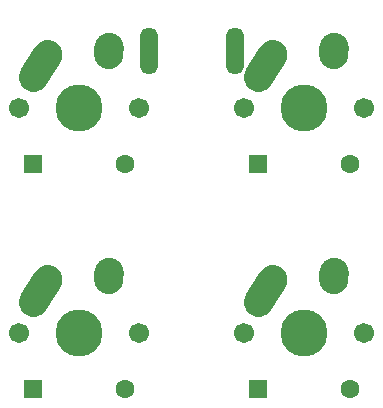
<source format=gts>
%TF.GenerationSoftware,KiCad,Pcbnew,(5.1.10)-1*%
%TF.CreationDate,2021-08-17T23:44:39-04:00*%
%TF.ProjectId,Keyboard_Schematic,4b657962-6f61-4726-945f-536368656d61,rev?*%
%TF.SameCoordinates,Original*%
%TF.FileFunction,Soldermask,Top*%
%TF.FilePolarity,Negative*%
%FSLAX46Y46*%
G04 Gerber Fmt 4.6, Leading zero omitted, Abs format (unit mm)*
G04 Created by KiCad (PCBNEW (5.1.10)-1) date 2021-08-17 23:44:39*
%MOMM*%
%LPD*%
G01*
G04 APERTURE LIST*
%ADD10C,1.600000*%
%ADD11R,1.600000X1.600000*%
%ADD12O,1.500000X4.000000*%
%ADD13C,3.987800*%
%ADD14C,1.701800*%
G04 APERTURE END LIST*
D10*
%TO.C,D1*%
X56287500Y-69056250D03*
D11*
X48487500Y-69056250D03*
%TD*%
D10*
%TO.C,D2*%
X56287500Y-88106250D03*
D11*
X48487500Y-88106250D03*
%TD*%
%TO.C,D3*%
X67537500Y-69056250D03*
D10*
X75337500Y-69056250D03*
%TD*%
D11*
%TO.C,D4*%
X67537500Y-88106250D03*
D10*
X75337500Y-88106250D03*
%TD*%
D12*
%TO.C,J1*%
X58262500Y-59512500D03*
X65562500Y-59512500D03*
%TD*%
D13*
%TO.C,K1*%
X52387500Y-64293750D03*
D14*
X47307500Y-64293750D03*
X57467500Y-64293750D03*
G36*
G01*
X47473799Y-61050940D02*
X48682723Y-59153310D01*
G75*
G02*
X50408587Y-58770696I1054239J-671625D01*
G01*
X50408587Y-58770696D01*
G75*
G02*
X50791201Y-60496560I-671625J-1054239D01*
G01*
X49582277Y-62394190D01*
G75*
G02*
X47856413Y-62776804I-1054239J671625D01*
G01*
X47856413Y-62776804D01*
G75*
G02*
X47473799Y-61050940I671625J1054239D01*
G01*
G37*
G36*
G01*
X53640671Y-59708059D02*
X53680119Y-59129403D01*
G75*
G02*
X55012243Y-57967317I1247105J-85019D01*
G01*
X55012243Y-57967317D01*
G75*
G02*
X56174329Y-59299441I-85019J-1247105D01*
G01*
X56134881Y-59878097D01*
G75*
G02*
X54802757Y-61040183I-1247105J85019D01*
G01*
X54802757Y-61040183D01*
G75*
G02*
X53640671Y-59708059I85019J1247105D01*
G01*
G37*
%TD*%
%TO.C,K2*%
G36*
G01*
X53640671Y-78758059D02*
X53680119Y-78179403D01*
G75*
G02*
X55012243Y-77017317I1247105J-85019D01*
G01*
X55012243Y-77017317D01*
G75*
G02*
X56174329Y-78349441I-85019J-1247105D01*
G01*
X56134881Y-78928097D01*
G75*
G02*
X54802757Y-80090183I-1247105J85019D01*
G01*
X54802757Y-80090183D01*
G75*
G02*
X53640671Y-78758059I85019J1247105D01*
G01*
G37*
G36*
G01*
X47473799Y-80100940D02*
X48682723Y-78203310D01*
G75*
G02*
X50408587Y-77820696I1054239J-671625D01*
G01*
X50408587Y-77820696D01*
G75*
G02*
X50791201Y-79546560I-671625J-1054239D01*
G01*
X49582277Y-81444190D01*
G75*
G02*
X47856413Y-81826804I-1054239J671625D01*
G01*
X47856413Y-81826804D01*
G75*
G02*
X47473799Y-80100940I671625J1054239D01*
G01*
G37*
X57467500Y-83343750D03*
X47307500Y-83343750D03*
D13*
X52387500Y-83343750D03*
%TD*%
%TO.C,K3*%
G36*
G01*
X72690671Y-59708059D02*
X72730119Y-59129403D01*
G75*
G02*
X74062243Y-57967317I1247105J-85019D01*
G01*
X74062243Y-57967317D01*
G75*
G02*
X75224329Y-59299441I-85019J-1247105D01*
G01*
X75184881Y-59878097D01*
G75*
G02*
X73852757Y-61040183I-1247105J85019D01*
G01*
X73852757Y-61040183D01*
G75*
G02*
X72690671Y-59708059I85019J1247105D01*
G01*
G37*
G36*
G01*
X66523799Y-61050940D02*
X67732723Y-59153310D01*
G75*
G02*
X69458587Y-58770696I1054239J-671625D01*
G01*
X69458587Y-58770696D01*
G75*
G02*
X69841201Y-60496560I-671625J-1054239D01*
G01*
X68632277Y-62394190D01*
G75*
G02*
X66906413Y-62776804I-1054239J671625D01*
G01*
X66906413Y-62776804D01*
G75*
G02*
X66523799Y-61050940I671625J1054239D01*
G01*
G37*
D14*
X76517500Y-64293750D03*
X66357500Y-64293750D03*
D13*
X71437500Y-64293750D03*
%TD*%
%TO.C,K4*%
X71437500Y-83343750D03*
D14*
X66357500Y-83343750D03*
X76517500Y-83343750D03*
G36*
G01*
X66523799Y-80100940D02*
X67732723Y-78203310D01*
G75*
G02*
X69458587Y-77820696I1054239J-671625D01*
G01*
X69458587Y-77820696D01*
G75*
G02*
X69841201Y-79546560I-671625J-1054239D01*
G01*
X68632277Y-81444190D01*
G75*
G02*
X66906413Y-81826804I-1054239J671625D01*
G01*
X66906413Y-81826804D01*
G75*
G02*
X66523799Y-80100940I671625J1054239D01*
G01*
G37*
G36*
G01*
X72690671Y-78758059D02*
X72730119Y-78179403D01*
G75*
G02*
X74062243Y-77017317I1247105J-85019D01*
G01*
X74062243Y-77017317D01*
G75*
G02*
X75224329Y-78349441I-85019J-1247105D01*
G01*
X75184881Y-78928097D01*
G75*
G02*
X73852757Y-80090183I-1247105J85019D01*
G01*
X73852757Y-80090183D01*
G75*
G02*
X72690671Y-78758059I85019J1247105D01*
G01*
G37*
%TD*%
M02*

</source>
